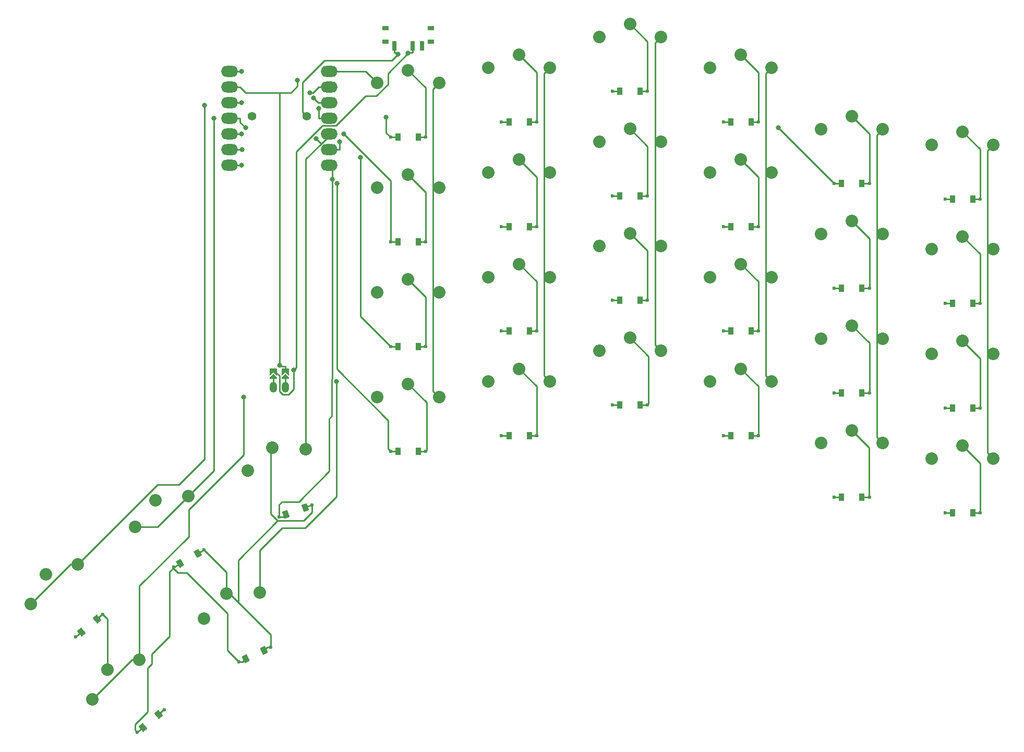
<source format=gbr>
%TF.GenerationSoftware,KiCad,Pcbnew,8.0.6*%
%TF.CreationDate,2025-01-31T15:21:25+01:00*%
%TF.ProjectId,sleepy58,736c6565-7079-4353-982e-6b696361645f,v1.0.0*%
%TF.SameCoordinates,Original*%
%TF.FileFunction,Copper,L2,Bot*%
%TF.FilePolarity,Positive*%
%FSLAX46Y46*%
G04 Gerber Fmt 4.6, Leading zero omitted, Abs format (unit mm)*
G04 Created by KiCad (PCBNEW 8.0.6) date 2025-01-31 15:21:25*
%MOMM*%
%LPD*%
G01*
G04 APERTURE LIST*
G04 Aperture macros list*
%AMRotRect*
0 Rectangle, with rotation*
0 The origin of the aperture is its center*
0 $1 length*
0 $2 width*
0 $3 Rotation angle, in degrees counterclockwise*
0 Add horizontal line*
21,1,$1,$2,0,0,$3*%
%AMFreePoly0*
4,1,6,0.600000,-1.000000,0.000000,-0.400000,-0.600000,-1.000000,-0.600000,0.250000,0.600000,0.250000,0.600000,-1.000000,0.600000,-1.000000,$1*%
%AMFreePoly1*
4,1,6,0.600000,-0.200000,0.600000,-0.400000,-0.600000,-0.400000,-0.600000,-0.200000,0.000000,0.400000,0.600000,-0.200000,0.600000,-0.200000,$1*%
G04 Aperture macros list end*
%TA.AperFunction,SMDPad,CuDef*%
%ADD10R,0.900000X1.200000*%
%TD*%
%TA.AperFunction,ComponentPad*%
%ADD11C,2.032000*%
%TD*%
%TA.AperFunction,SMDPad,CuDef*%
%ADD12RotRect,0.900000X1.200000X40.000000*%
%TD*%
%TA.AperFunction,SMDPad,CuDef*%
%ADD13RotRect,0.900000X1.200000X20.000000*%
%TD*%
%TA.AperFunction,SMDPad,CuDef*%
%ADD14RotRect,0.900000X1.200000X30.000000*%
%TD*%
%TA.AperFunction,SMDPad,CuDef*%
%ADD15FreePoly0,0.000000*%
%TD*%
%TA.AperFunction,ComponentPad*%
%ADD16O,1.200000X1.750000*%
%TD*%
%TA.AperFunction,SMDPad,CuDef*%
%ADD17FreePoly1,0.000000*%
%TD*%
%TA.AperFunction,SMDPad,CuDef*%
%ADD18O,2.750000X1.800000*%
%TD*%
%TA.AperFunction,CastellatedPad*%
%ADD19C,1.397000*%
%TD*%
%TA.AperFunction,SMDPad,CuDef*%
%ADD20RotRect,0.900000X1.200000X25.000000*%
%TD*%
%TA.AperFunction,SMDPad,CuDef*%
%ADD21R,1.000000X0.800000*%
%TD*%
%TA.AperFunction,SMDPad,CuDef*%
%ADD22R,0.700000X1.500000*%
%TD*%
%TA.AperFunction,ViaPad*%
%ADD23C,0.800000*%
%TD*%
%TA.AperFunction,ViaPad*%
%ADD24C,0.600000*%
%TD*%
%TA.AperFunction,Conductor*%
%ADD25C,0.250000*%
%TD*%
G04 APERTURE END LIST*
D10*
%TO.P,D1,1*%
%TO.N,R1*%
X98350000Y-105000000D03*
%TO.P,D1,2*%
%TO.N,outer_bottom*%
X101650000Y-105000000D03*
%TD*%
D11*
%TO.P,S12,1*%
%TO.N,C2*%
X131000000Y-37700000D03*
X141000000Y-37700000D03*
%TO.P,S12,2*%
%TO.N,ring_num*%
X136000000Y-35600000D03*
X136000000Y-35600000D03*
%TD*%
D10*
%TO.P,D21,1*%
%TO.N,R1*%
X188350000Y-115000000D03*
%TO.P,D21,2*%
%TO.N,inner_bottom*%
X191650000Y-115000000D03*
%TD*%
D12*
%TO.P,D29,1*%
%TO.N,R0*%
X56949927Y-149890800D03*
%TO.P,D29,2*%
%TO.N,default_default*%
X59477873Y-147769600D03*
%TD*%
D10*
%TO.P,D2,1*%
%TO.N,R2*%
X98350000Y-88000000D03*
%TO.P,D2,2*%
%TO.N,outer_home*%
X101650000Y-88000000D03*
%TD*%
%TO.P,D14,1*%
%TO.N,R2*%
X152350000Y-85500000D03*
%TO.P,D14,2*%
%TO.N,middle_home*%
X155650000Y-85500000D03*
%TD*%
D11*
%TO.P,S2,1*%
%TO.N,C0*%
X95000000Y-79200000D03*
X105000000Y-79200000D03*
%TO.P,S2,2*%
%TO.N,outer_home*%
X100000000Y-77100000D03*
X100000000Y-77100000D03*
%TD*%
D10*
%TO.P,D6,1*%
%TO.N,R2*%
X116350000Y-85500000D03*
%TO.P,D6,2*%
%TO.N,pinky_home*%
X119650000Y-85500000D03*
%TD*%
%TO.P,D9,1*%
%TO.N,R1*%
X134350000Y-97500000D03*
%TO.P,D9,2*%
%TO.N,ring_bottom*%
X137650000Y-97500000D03*
%TD*%
%TO.P,D8,1*%
%TO.N,R4*%
X116350000Y-51500000D03*
%TO.P,D8,2*%
%TO.N,pinky_num*%
X119650000Y-51500000D03*
%TD*%
D11*
%TO.P,S18,1*%
%TO.N,C4*%
X167000000Y-86700000D03*
X177000000Y-86700000D03*
%TO.P,S18,2*%
%TO.N,index_home*%
X172000000Y-84600000D03*
X172000000Y-84600000D03*
%TD*%
D13*
%TO.P,D25,1*%
%TO.N,R0*%
X80159607Y-115262833D03*
%TO.P,D25,2*%
%TO.N,default_default*%
X83260593Y-114134167D03*
%TD*%
D11*
%TO.P,S29,1*%
%TO.N,C0*%
X48727185Y-145302969D03*
X56387629Y-138875093D03*
%TO.P,S29,2*%
%TO.N,default_default*%
X51207553Y-140480338D03*
X51207553Y-140480338D03*
%TD*%
%TO.P,S3,1*%
%TO.N,C0*%
X95000000Y-62200000D03*
X105000000Y-62200000D03*
%TO.P,S3,2*%
%TO.N,outer_top*%
X100000000Y-60100000D03*
X100000000Y-60100000D03*
%TD*%
%TO.P,S16,1*%
%TO.N,C3*%
X149000000Y-42700000D03*
X159000000Y-42700000D03*
%TO.P,S16,2*%
%TO.N,middle_num*%
X154000000Y-40600000D03*
X154000000Y-40600000D03*
%TD*%
%TO.P,S11,1*%
%TO.N,C2*%
X131000000Y-54700000D03*
X141000000Y-54700000D03*
%TO.P,S11,2*%
%TO.N,ring_top*%
X136000000Y-52600000D03*
X136000000Y-52600000D03*
%TD*%
D14*
%TO.P,D26,1*%
%TO.N,R0*%
X62971058Y-123255100D03*
%TO.P,D26,2*%
%TO.N,default_default*%
X65828942Y-121605100D03*
%TD*%
D10*
%TO.P,D5,1*%
%TO.N,R1*%
X116350000Y-102500000D03*
%TO.P,D5,2*%
%TO.N,pinky_bottom*%
X119650000Y-102500000D03*
%TD*%
%TO.P,D12,1*%
%TO.N,R4*%
X134350000Y-46500000D03*
%TO.P,D12,2*%
%TO.N,ring_num*%
X137650000Y-46500000D03*
%TD*%
D11*
%TO.P,S5,1*%
%TO.N,C1*%
X113000000Y-93700000D03*
X123000000Y-93700000D03*
%TO.P,S5,2*%
%TO.N,pinky_bottom*%
X118000000Y-91600000D03*
X118000000Y-91600000D03*
%TD*%
%TO.P,S27,1*%
%TO.N,C2*%
X38727185Y-129802969D03*
X46387629Y-123375093D03*
%TO.P,S27,2*%
%TO.N,default_default*%
X41207553Y-124980338D03*
X41207553Y-124980338D03*
%TD*%
%TO.P,S21,1*%
%TO.N,C5*%
X185000000Y-106200000D03*
X195000000Y-106200000D03*
%TO.P,S21,2*%
%TO.N,inner_bottom*%
X190000000Y-104100000D03*
X190000000Y-104100000D03*
%TD*%
%TO.P,S13,1*%
%TO.N,C3*%
X149000000Y-93700000D03*
X159000000Y-93700000D03*
%TO.P,S13,2*%
%TO.N,middle_bottom*%
X154000000Y-91600000D03*
X154000000Y-91600000D03*
%TD*%
D10*
%TO.P,D23,1*%
%TO.N,R3*%
X188350000Y-81000000D03*
%TO.P,D23,2*%
%TO.N,inner_top*%
X191650000Y-81000000D03*
%TD*%
%TO.P,D4,1*%
%TO.N,R4*%
X98350000Y-54000000D03*
%TO.P,D4,2*%
%TO.N,outer_num*%
X101650000Y-54000000D03*
%TD*%
D11*
%TO.P,S19,1*%
%TO.N,C4*%
X167000000Y-69700000D03*
X177000000Y-69700000D03*
%TO.P,S19,2*%
%TO.N,index_top*%
X172000000Y-67600000D03*
X172000000Y-67600000D03*
%TD*%
D12*
%TO.P,D27,1*%
%TO.N,R0*%
X46949927Y-134390800D03*
%TO.P,D27,2*%
%TO.N,default_default*%
X49477873Y-132269600D03*
%TD*%
D10*
%TO.P,D15,1*%
%TO.N,R3*%
X152350000Y-68500000D03*
%TO.P,D15,2*%
%TO.N,middle_top*%
X155650000Y-68500000D03*
%TD*%
D11*
%TO.P,S14,1*%
%TO.N,C3*%
X149000000Y-76700000D03*
X159000000Y-76700000D03*
%TO.P,S14,2*%
%TO.N,middle_home*%
X154000000Y-74600000D03*
X154000000Y-74600000D03*
%TD*%
%TO.P,S15,1*%
%TO.N,C3*%
X149000000Y-59700000D03*
X159000000Y-59700000D03*
%TO.P,S15,2*%
%TO.N,middle_top*%
X154000000Y-57600000D03*
X154000000Y-57600000D03*
%TD*%
D10*
%TO.P,D17,1*%
%TO.N,R1*%
X170350000Y-112500000D03*
%TO.P,D17,2*%
%TO.N,index_bottom*%
X173650000Y-112500000D03*
%TD*%
D15*
%TO.P,JST1,1*%
%TO.N,BBAT+*%
X78100000Y-91784000D03*
%TO.P,JST1,2*%
%TO.N,GND*%
X80100000Y-91784000D03*
D16*
%TO.P,JST1,11*%
%TO.N,JST1_1*%
X80100000Y-94600000D03*
%TO.P,JST1,12*%
%TO.N,JST1_2*%
X78100000Y-94600000D03*
D17*
%TO.P,JST1,31*%
%TO.N,JST1_1*%
X80100000Y-92800000D03*
%TO.P,JST1,32*%
%TO.N,JST1_2*%
X78100000Y-92800000D03*
%TD*%
D11*
%TO.P,S20,1*%
%TO.N,C4*%
X167000000Y-52700000D03*
X177000000Y-52700000D03*
%TO.P,S20,2*%
%TO.N,index_num*%
X172000000Y-50600000D03*
X172000000Y-50600000D03*
%TD*%
D10*
%TO.P,D22,1*%
%TO.N,R2*%
X188350000Y-98000000D03*
%TO.P,D22,2*%
%TO.N,inner_home*%
X191650000Y-98000000D03*
%TD*%
D11*
%TO.P,S28,1*%
%TO.N,C1*%
X66862512Y-132169122D03*
X75925590Y-127942939D03*
%TO.P,S28,2*%
%TO.N,default_default*%
X70506552Y-128152784D03*
X70506552Y-128152784D03*
%TD*%
%TO.P,S24,1*%
%TO.N,C5*%
X185000000Y-55200000D03*
X195000000Y-55200000D03*
%TO.P,S24,2*%
%TO.N,inner_num*%
X190000000Y-53100000D03*
X190000000Y-53100000D03*
%TD*%
D10*
%TO.P,D7,1*%
%TO.N,R3*%
X116350000Y-68500000D03*
%TO.P,D7,2*%
%TO.N,pinky_top*%
X119650000Y-68500000D03*
%TD*%
%TO.P,D20,1*%
%TO.N,R4*%
X170350000Y-61500000D03*
%TO.P,D20,2*%
%TO.N,index_num*%
X173650000Y-61500000D03*
%TD*%
D11*
%TO.P,S6,1*%
%TO.N,C1*%
X113000000Y-76700000D03*
X123000000Y-76700000D03*
%TO.P,S6,2*%
%TO.N,pinky_home*%
X118000000Y-74600000D03*
X118000000Y-74600000D03*
%TD*%
%TO.P,S9,1*%
%TO.N,C2*%
X131000000Y-88700000D03*
X141000000Y-88700000D03*
%TO.P,S9,2*%
%TO.N,ring_bottom*%
X136000000Y-86600000D03*
X136000000Y-86600000D03*
%TD*%
D10*
%TO.P,D10,1*%
%TO.N,R2*%
X134350000Y-80500000D03*
%TO.P,D10,2*%
%TO.N,ring_home*%
X137650000Y-80500000D03*
%TD*%
D11*
%TO.P,S25,1*%
%TO.N,C4*%
X74001860Y-108139269D03*
X83398787Y-104719067D03*
%TO.P,S25,2*%
%TO.N,default_default*%
X77982081Y-104455814D03*
X77982081Y-104455814D03*
%TD*%
%TO.P,S23,1*%
%TO.N,C5*%
X185000000Y-72200000D03*
X195000000Y-72200000D03*
%TO.P,S23,2*%
%TO.N,inner_top*%
X190000000Y-70100000D03*
X190000000Y-70100000D03*
%TD*%
D10*
%TO.P,D3,1*%
%TO.N,R3*%
X98350000Y-71000000D03*
%TO.P,D3,2*%
%TO.N,outer_top*%
X101650000Y-71000000D03*
%TD*%
D18*
%TO.P,MCU1,1*%
%TO.N,C0*%
X87194960Y-43280000D03*
%TO.P,MCU1,2*%
%TO.N,C1*%
X87194960Y-45820000D03*
%TO.P,MCU1,3*%
%TO.N,C2*%
X87194960Y-48360000D03*
%TO.P,MCU1,4*%
%TO.N,C3*%
X87194960Y-50900000D03*
%TO.P,MCU1,5*%
%TO.N,C4*%
X87194960Y-53440000D03*
%TO.P,MCU1,6*%
%TO.N,C5*%
X87194960Y-55980000D03*
%TO.P,MCU1,7*%
%TO.N,R0*%
X87194960Y-58520000D03*
%TO.P,MCU1,8*%
%TO.N,R1*%
X71005040Y-58520000D03*
%TO.P,MCU1,9*%
%TO.N,R2*%
X71005040Y-55980000D03*
%TO.P,MCU1,10*%
%TO.N,R3*%
X71005040Y-53440000D03*
%TO.P,MCU1,11*%
%TO.N,R4*%
X71005040Y-50900000D03*
%TO.P,MCU1,12*%
%TO.N,3V3*%
X71005040Y-48360000D03*
%TO.P,MCU1,13*%
%TO.N,GND*%
X71005040Y-45820000D03*
%TO.P,MCU1,14*%
%TO.N,5V*%
X71005040Y-43280000D03*
D19*
%TO.P,MCU1,19*%
%TO.N,XBAT+*%
X74655000Y-50583000D03*
X83545000Y-50583000D03*
%TD*%
D10*
%TO.P,D11,1*%
%TO.N,R3*%
X134350000Y-63500000D03*
%TO.P,D11,2*%
%TO.N,ring_top*%
X137650000Y-63500000D03*
%TD*%
D11*
%TO.P,S4,1*%
%TO.N,C0*%
X95000000Y-45200000D03*
X105000000Y-45200000D03*
%TO.P,S4,2*%
%TO.N,outer_num*%
X100000000Y-43100000D03*
X100000000Y-43100000D03*
%TD*%
%TO.P,S8,1*%
%TO.N,C1*%
X113000000Y-42700000D03*
X123000000Y-42700000D03*
%TO.P,S8,2*%
%TO.N,pinky_num*%
X118000000Y-40600000D03*
X118000000Y-40600000D03*
%TD*%
%TO.P,S1,1*%
%TO.N,C0*%
X95000000Y-96200000D03*
X105000000Y-96200000D03*
%TO.P,S1,2*%
%TO.N,outer_bottom*%
X100000000Y-94100000D03*
X100000000Y-94100000D03*
%TD*%
D10*
%TO.P,D16,1*%
%TO.N,R4*%
X152350000Y-51500000D03*
%TO.P,D16,2*%
%TO.N,middle_num*%
X155650000Y-51500000D03*
%TD*%
D11*
%TO.P,S7,1*%
%TO.N,C1*%
X113000000Y-59700000D03*
X123000000Y-59700000D03*
%TO.P,S7,2*%
%TO.N,pinky_top*%
X118000000Y-57600000D03*
X118000000Y-57600000D03*
%TD*%
D20*
%TO.P,D28,1*%
%TO.N,R0*%
X73617692Y-138728820D03*
%TO.P,D28,2*%
%TO.N,default_default*%
X76608508Y-137334180D03*
%TD*%
D11*
%TO.P,S17,1*%
%TO.N,C4*%
X167000000Y-103700000D03*
X177000000Y-103700000D03*
%TO.P,S17,2*%
%TO.N,index_bottom*%
X172000000Y-101600000D03*
X172000000Y-101600000D03*
%TD*%
D21*
%TO.P,PWR1,*%
%TO.N,*%
X96350000Y-38495000D03*
X103650000Y-38495000D03*
X96350000Y-36285000D03*
X103650000Y-36285000D03*
D22*
%TO.P,PWR1,1*%
%TO.N,XBAT+*%
X97750000Y-39145000D03*
%TO.P,PWR1,2*%
%TO.N,BBAT+*%
X100750000Y-39145000D03*
%TO.P,PWR1,3*%
%TO.N,N/C*%
X102250000Y-39145000D03*
%TD*%
D10*
%TO.P,D13,1*%
%TO.N,R1*%
X152350000Y-102500000D03*
%TO.P,D13,2*%
%TO.N,middle_bottom*%
X155650000Y-102500000D03*
%TD*%
D11*
%TO.P,S26,1*%
%TO.N,C3*%
X55669873Y-117309103D03*
X64330127Y-112309103D03*
%TO.P,S26,2*%
%TO.N,default_default*%
X58950000Y-112990450D03*
X58950000Y-112990450D03*
%TD*%
D10*
%TO.P,D19,1*%
%TO.N,R3*%
X170350000Y-78500000D03*
%TO.P,D19,2*%
%TO.N,index_top*%
X173650000Y-78500000D03*
%TD*%
D11*
%TO.P,S10,1*%
%TO.N,C2*%
X131000000Y-71700000D03*
X141000000Y-71700000D03*
%TO.P,S10,2*%
%TO.N,ring_home*%
X136000000Y-69600000D03*
X136000000Y-69600000D03*
%TD*%
D10*
%TO.P,D18,1*%
%TO.N,R2*%
X170350000Y-95500000D03*
%TO.P,D18,2*%
%TO.N,index_home*%
X173650000Y-95500000D03*
%TD*%
D11*
%TO.P,S22,1*%
%TO.N,C5*%
X185000000Y-89200000D03*
X195000000Y-89200000D03*
%TO.P,S22,2*%
%TO.N,inner_home*%
X190000000Y-87100000D03*
X190000000Y-87100000D03*
%TD*%
D10*
%TO.P,D24,1*%
%TO.N,R4*%
X188350000Y-64000000D03*
%TO.P,D24,2*%
%TO.N,inner_num*%
X191650000Y-64000000D03*
%TD*%
D23*
%TO.N,C0*%
X73289400Y-96200000D03*
D24*
%TO.N,outer_bottom*%
X102850000Y-105000000D03*
%TO.N,outer_home*%
X102850000Y-88000000D03*
%TO.N,outer_top*%
X102850000Y-71000000D03*
%TO.N,outer_num*%
X102850000Y-54000000D03*
D23*
%TO.N,C1*%
X84067600Y-46739600D03*
X88342200Y-93648300D03*
D24*
%TO.N,pinky_bottom*%
X120850000Y-102500000D03*
%TO.N,pinky_home*%
X120850000Y-85500000D03*
%TO.N,pinky_top*%
X120850000Y-68500000D03*
%TO.N,pinky_num*%
X120850000Y-51500000D03*
D23*
%TO.N,C2*%
X84622300Y-47604000D03*
X66912000Y-48824000D03*
D24*
%TO.N,ring_bottom*%
X138850000Y-97500000D03*
%TO.N,ring_home*%
X138850000Y-80500000D03*
%TO.N,ring_top*%
X138850000Y-63500000D03*
%TO.N,ring_num*%
X138850000Y-46500000D03*
D23*
%TO.N,C3*%
X68445800Y-50900000D03*
X85493300Y-49284200D03*
D24*
%TO.N,middle_bottom*%
X156850000Y-102500000D03*
%TO.N,middle_home*%
X156850000Y-85500000D03*
%TO.N,middle_top*%
X156850000Y-68500000D03*
%TO.N,middle_num*%
X156850000Y-51500000D03*
D23*
%TO.N,C4*%
X85028300Y-54202600D03*
D24*
%TO.N,index_bottom*%
X174850000Y-112500000D03*
%TO.N,index_home*%
X174850000Y-95500000D03*
%TO.N,index_top*%
X174850000Y-78500000D03*
%TO.N,index_num*%
X174850000Y-61500000D03*
D23*
%TO.N,C5*%
X88896700Y-54710100D03*
D24*
%TO.N,inner_bottom*%
X192850000Y-115000000D03*
%TO.N,inner_home*%
X192850000Y-98000000D03*
%TO.N,inner_top*%
X192850000Y-81000000D03*
%TO.N,inner_num*%
X192850000Y-64000000D03*
%TO.N,default_default*%
X50397200Y-131498000D03*
X84388200Y-113724000D03*
X66868200Y-121005000D03*
X60397200Y-146998000D03*
X77696100Y-136827000D03*
D23*
%TO.N,R1*%
X72995600Y-58520000D03*
D24*
X133150000Y-97500000D03*
X169150000Y-112500000D03*
X151150000Y-102500000D03*
X115150000Y-102500000D03*
D23*
X88421600Y-61541600D03*
D24*
X187150000Y-115000000D03*
X97150000Y-105000000D03*
D23*
%TO.N,R2*%
X92278800Y-57238000D03*
D24*
X151150000Y-85500000D03*
X169150000Y-95500000D03*
X97150000Y-88000000D03*
X187150000Y-98000000D03*
D23*
X73002000Y-55980000D03*
D24*
X115150000Y-85500000D03*
X133150000Y-80500000D03*
%TO.N,R3*%
X115150000Y-68500000D03*
X187150000Y-81000000D03*
D23*
X89508500Y-53440000D03*
D24*
X169150000Y-78500000D03*
X97150000Y-71000000D03*
D23*
X72995200Y-53440000D03*
D24*
X133150000Y-63500000D03*
X151150000Y-68500000D03*
%TO.N,R4*%
X169150000Y-61500000D03*
X97150000Y-54000000D03*
D23*
X73612000Y-52476700D03*
D24*
X133150000Y-46500000D03*
D23*
X96425700Y-50790000D03*
D24*
X115150000Y-51500000D03*
X187150000Y-64000000D03*
D23*
X160076700Y-52426700D03*
D24*
X151150000Y-51500000D03*
%TO.N,R0*%
X56030700Y-150662000D03*
X72530100Y-139236000D03*
X46030700Y-135162000D03*
D23*
X87670000Y-60841200D03*
D24*
X79032000Y-115673000D03*
X61931800Y-123855000D03*
D23*
%TO.N,3V3*%
X72986100Y-48360000D03*
%TO.N,GND*%
X82018000Y-44751000D03*
X79105700Y-91068100D03*
%TO.N,5V*%
X72987400Y-43280000D03*
%TO.N,XBAT+*%
X98371200Y-40474800D03*
%TO.N,BBAT+*%
X99988700Y-40366500D03*
X81440000Y-91784000D03*
%TD*%
D25*
%TO.N,C0*%
X56387600Y-138875100D02*
X56387600Y-126897100D01*
X48727200Y-145303000D02*
X55155100Y-138875100D01*
X104053300Y-46146700D02*
X104053300Y-62200000D01*
X104053300Y-95253300D02*
X105000000Y-96200000D01*
X56387600Y-126897100D02*
X64392200Y-118892500D01*
X105000000Y-45200000D02*
X104053300Y-46146700D01*
X104053300Y-79200000D02*
X105000000Y-79200000D01*
X87670000Y-43280000D02*
X93080000Y-43280000D01*
X64392200Y-114495100D02*
X73289400Y-105597900D01*
X104053300Y-62200000D02*
X105000000Y-62200000D01*
X104053300Y-62200000D02*
X104053300Y-79200000D01*
X104053300Y-79200000D02*
X104053300Y-95253300D01*
X55155100Y-138875100D02*
X56387600Y-138875100D01*
X93080000Y-43280000D02*
X95000000Y-45200000D01*
X64392200Y-118892500D02*
X64392200Y-114495100D01*
X73289400Y-105597900D02*
X73289400Y-96200000D01*
%TO.N,outer_bottom*%
X102457300Y-105000000D02*
X101650000Y-105000000D01*
X102970000Y-104880000D02*
X102970000Y-97070000D01*
X102850000Y-105000000D02*
X102970000Y-104880000D01*
X102850000Y-105000000D02*
X102457300Y-105000000D01*
X102970000Y-97070000D02*
X100000000Y-94100000D01*
%TO.N,outer_home*%
X102457300Y-88000000D02*
X101650000Y-88000000D01*
X102850000Y-88000000D02*
X102850000Y-79950000D01*
X102850000Y-88000000D02*
X102457300Y-88000000D01*
X102850000Y-79950000D02*
X100000000Y-77100000D01*
%TO.N,outer_top*%
X102457300Y-71000000D02*
X101650000Y-71000000D01*
X102850000Y-71000000D02*
X102850000Y-62950000D01*
X102850000Y-62950000D02*
X100000000Y-60100000D01*
X102850000Y-71000000D02*
X102457300Y-71000000D01*
%TO.N,outer_num*%
X102850000Y-54000000D02*
X102457300Y-54000000D01*
X102457300Y-54000000D02*
X101650000Y-54000000D01*
X102850000Y-45950000D02*
X100000000Y-43100000D01*
X102850000Y-54000000D02*
X102850000Y-45950000D01*
%TO.N,C1*%
X84573700Y-46739600D02*
X84067600Y-46739600D01*
X122053300Y-76700000D02*
X123000000Y-76700000D01*
X85493300Y-45820000D02*
X84573700Y-46739600D01*
X88342200Y-112397800D02*
X83300000Y-117440000D01*
X123000000Y-42700000D02*
X122053300Y-43646700D01*
X87670000Y-45820000D02*
X85493300Y-45820000D01*
X75925600Y-121064400D02*
X75925600Y-127942900D01*
X122053300Y-43646700D02*
X122053300Y-59700000D01*
X79550000Y-117440000D02*
X75925600Y-121064400D01*
X83300000Y-117440000D02*
X79550000Y-117440000D01*
X122053300Y-92753300D02*
X123000000Y-93700000D01*
X122053300Y-59700000D02*
X122053300Y-76700000D01*
X88342200Y-93648300D02*
X88342200Y-112397800D01*
X122053300Y-59700000D02*
X123000000Y-59700000D01*
X122053300Y-76700000D02*
X122053300Y-92753300D01*
%TO.N,pinky_bottom*%
X120850000Y-94450000D02*
X118000000Y-91600000D01*
X120850000Y-102500000D02*
X120850000Y-94450000D01*
X120457300Y-102500000D02*
X119650000Y-102500000D01*
X120850000Y-102500000D02*
X120457300Y-102500000D01*
%TO.N,pinky_home*%
X120850000Y-77450000D02*
X118000000Y-74600000D01*
X120850000Y-85500000D02*
X120457300Y-85500000D01*
X120457300Y-85500000D02*
X119650000Y-85500000D01*
X120850000Y-85500000D02*
X120850000Y-77450000D01*
%TO.N,pinky_top*%
X120850000Y-68500000D02*
X120457300Y-68500000D01*
X120850000Y-68500000D02*
X120850000Y-60450000D01*
X120850000Y-60450000D02*
X118000000Y-57600000D01*
X120457300Y-68500000D02*
X119650000Y-68500000D01*
%TO.N,pinky_num*%
X120850000Y-51500000D02*
X120457300Y-51500000D01*
X120850000Y-51500000D02*
X120850000Y-43450000D01*
X120457300Y-51500000D02*
X119650000Y-51500000D01*
X120850000Y-43450000D02*
X118000000Y-40600000D01*
%TO.N,C2*%
X66912000Y-106308000D02*
X62788200Y-110431800D01*
X59330900Y-110431800D02*
X46387600Y-123375100D01*
X46387600Y-123375100D02*
X45155100Y-123375100D01*
X140053300Y-38646700D02*
X140053300Y-54700000D01*
X140053300Y-71700000D02*
X141000000Y-71700000D01*
X85378300Y-48360000D02*
X84622300Y-47604000D01*
X140053300Y-71700000D02*
X140053300Y-87753300D01*
X87670000Y-48360000D02*
X85378300Y-48360000D01*
X141000000Y-37700000D02*
X140053300Y-38646700D01*
X45155100Y-123375100D02*
X38727200Y-129803000D01*
X140053300Y-87753300D02*
X141000000Y-88700000D01*
X140053300Y-54700000D02*
X141000000Y-54700000D01*
X62788200Y-110431800D02*
X59330900Y-110431800D01*
X66912000Y-48824000D02*
X66912000Y-106308000D01*
X140053300Y-54700000D02*
X140053300Y-71700000D01*
%TO.N,ring_bottom*%
X138457300Y-97500000D02*
X137650000Y-97500000D01*
X139020000Y-89620000D02*
X136000000Y-86600000D01*
X138850000Y-97500000D02*
X139020000Y-97330000D01*
X139020000Y-97330000D02*
X139020000Y-89620000D01*
X138850000Y-97500000D02*
X138457300Y-97500000D01*
%TO.N,ring_home*%
X138457300Y-80500000D02*
X137650000Y-80500000D01*
X138850000Y-80500000D02*
X138457300Y-80500000D01*
X138850000Y-72450000D02*
X136000000Y-69600000D01*
X138850000Y-80500000D02*
X138850000Y-72450000D01*
%TO.N,ring_top*%
X138457300Y-63500000D02*
X137650000Y-63500000D01*
X138850000Y-55450000D02*
X136000000Y-52600000D01*
X138850000Y-63500000D02*
X138457300Y-63500000D01*
X138850000Y-63500000D02*
X138850000Y-55450000D01*
%TO.N,ring_num*%
X138457300Y-46500000D02*
X137650000Y-46500000D01*
X138850000Y-46500000D02*
X138850000Y-38450000D01*
X138850000Y-46500000D02*
X138457300Y-46500000D01*
X138850000Y-38450000D02*
X136000000Y-35600000D01*
%TO.N,C3*%
X159000000Y-42700000D02*
X158053300Y-43646700D01*
X85493300Y-50900000D02*
X85493300Y-49284200D01*
X87670000Y-50900000D02*
X85493300Y-50900000D01*
X59330100Y-117309100D02*
X64330100Y-112309100D01*
X158053300Y-59700000D02*
X159000000Y-59700000D01*
X158053300Y-92753300D02*
X159000000Y-93700000D01*
X158053300Y-76700000D02*
X159000000Y-76700000D01*
X64330100Y-112309100D02*
X68445800Y-108193400D01*
X55669900Y-117309100D02*
X59330100Y-117309100D01*
X158053300Y-59700000D02*
X158053300Y-76700000D01*
X158053300Y-43646700D02*
X158053300Y-59700000D01*
X158053300Y-76700000D02*
X158053300Y-92753300D01*
X68445800Y-108193400D02*
X68445800Y-50900000D01*
%TO.N,middle_bottom*%
X156457300Y-102500000D02*
X155650000Y-102500000D01*
X156850000Y-94450000D02*
X154000000Y-91600000D01*
X156850000Y-102500000D02*
X156850000Y-94450000D01*
X156850000Y-102500000D02*
X156457300Y-102500000D01*
%TO.N,middle_home*%
X156850000Y-77450000D02*
X154000000Y-74600000D01*
X156850000Y-85500000D02*
X156457300Y-85500000D01*
X156850000Y-85500000D02*
X156850000Y-77450000D01*
X156457300Y-85500000D02*
X155650000Y-85500000D01*
%TO.N,middle_top*%
X156850000Y-68500000D02*
X156850000Y-60450000D01*
X156850000Y-68500000D02*
X156457300Y-68500000D01*
X156457300Y-68500000D02*
X155650000Y-68500000D01*
X156850000Y-60450000D02*
X154000000Y-57600000D01*
%TO.N,middle_num*%
X156850000Y-51500000D02*
X156457300Y-51500000D01*
X156850000Y-43450000D02*
X154000000Y-40600000D01*
X156457300Y-51500000D02*
X155650000Y-51500000D01*
X156850000Y-51500000D02*
X156850000Y-43450000D01*
%TO.N,C4*%
X87670000Y-53440000D02*
X87502700Y-53440000D01*
X85028300Y-54202600D02*
X85884200Y-55058500D01*
X176058300Y-102758300D02*
X177000000Y-103700000D01*
X177000000Y-52700000D02*
X176058300Y-53641700D01*
X83398800Y-57543900D02*
X83398800Y-104719100D01*
X176058300Y-69700000D02*
X176058300Y-86700000D01*
X85884200Y-55058500D02*
X83398800Y-57543900D01*
X176058300Y-86700000D02*
X176058300Y-102758300D01*
X87502700Y-53440000D02*
X85884200Y-55058500D01*
X176058300Y-53641700D02*
X176058300Y-69700000D01*
X176058300Y-69700000D02*
X177000000Y-69700000D01*
X176058300Y-86700000D02*
X177000000Y-86700000D01*
%TO.N,index_bottom*%
X174850000Y-112500000D02*
X174457300Y-112500000D01*
X174850000Y-112500000D02*
X174790000Y-112440000D01*
X174790000Y-112440000D02*
X174790000Y-104390000D01*
X174790000Y-104390000D02*
X172000000Y-101600000D01*
X174457300Y-112500000D02*
X173650000Y-112500000D01*
%TO.N,index_home*%
X174850000Y-95500000D02*
X174457300Y-95500000D01*
X174457300Y-95500000D02*
X173650000Y-95500000D01*
X174850000Y-87450000D02*
X172000000Y-84600000D01*
X174850000Y-95500000D02*
X174850000Y-87450000D01*
%TO.N,index_top*%
X174850000Y-78500000D02*
X174850000Y-70450000D01*
X174850000Y-78500000D02*
X174457300Y-78500000D01*
X174850000Y-70450000D02*
X172000000Y-67600000D01*
X174457300Y-78500000D02*
X173650000Y-78500000D01*
%TO.N,index_num*%
X174850000Y-61500000D02*
X174457300Y-61500000D01*
X174850000Y-61500000D02*
X174850000Y-53450000D01*
X174457300Y-61500000D02*
X173650000Y-61500000D01*
X174850000Y-53450000D02*
X172000000Y-50600000D01*
%TO.N,C5*%
X194053300Y-105253300D02*
X195000000Y-106200000D01*
X194053300Y-56146700D02*
X194053300Y-72200000D01*
X88896700Y-55980000D02*
X88896700Y-54710100D01*
X195000000Y-55200000D02*
X194053300Y-56146700D01*
X194053300Y-72200000D02*
X195000000Y-72200000D01*
X194053300Y-89200000D02*
X195000000Y-89200000D01*
X194053300Y-89200000D02*
X194053300Y-105253300D01*
X87670000Y-55980000D02*
X88896700Y-55980000D01*
X194053300Y-72200000D02*
X194053300Y-89200000D01*
%TO.N,inner_bottom*%
X192457300Y-115000000D02*
X191650000Y-115000000D01*
X192850000Y-115000000D02*
X192850000Y-106950000D01*
X192850000Y-106950000D02*
X190000000Y-104100000D01*
X192850000Y-115000000D02*
X192457300Y-115000000D01*
%TO.N,inner_home*%
X192850000Y-98000000D02*
X192457300Y-98000000D01*
X192840000Y-89940000D02*
X190000000Y-87100000D01*
X192457300Y-98000000D02*
X191650000Y-98000000D01*
X192840000Y-97990000D02*
X192840000Y-89940000D01*
X192850000Y-98000000D02*
X192840000Y-97990000D01*
%TO.N,inner_top*%
X192850000Y-81000000D02*
X192850000Y-72950000D01*
X192850000Y-81000000D02*
X192457300Y-81000000D01*
X192850000Y-72950000D02*
X190000000Y-70100000D01*
X192457300Y-81000000D02*
X191650000Y-81000000D01*
%TO.N,inner_num*%
X192850000Y-64000000D02*
X192850000Y-55950000D01*
X192850000Y-55950000D02*
X190000000Y-53100000D01*
X192850000Y-64000000D02*
X192457300Y-64000000D01*
X192457300Y-64000000D02*
X191650000Y-64000000D01*
%TO.N,default_default*%
X83824400Y-113929000D02*
X83260600Y-114134000D01*
X83465800Y-113929000D02*
X83260600Y-114134200D01*
X70506600Y-128152800D02*
X70506600Y-124643400D01*
X72417900Y-129554000D02*
X72417900Y-122675700D01*
X78783100Y-116310500D02*
X77663100Y-115190500D01*
X71016700Y-128152800D02*
X70506600Y-128152800D01*
X51207600Y-132308400D02*
X51207600Y-140480300D01*
X50249473Y-131498000D02*
X49477873Y-132269600D01*
X60249473Y-146998000D02*
X59477873Y-147769600D01*
X70506600Y-124643400D02*
X66868200Y-121005000D01*
X83009500Y-116310500D02*
X78783100Y-116310500D01*
X77663100Y-115190500D02*
X77663100Y-104774800D01*
X77696100Y-134832200D02*
X72417900Y-129554000D01*
X77115688Y-136827000D02*
X76608508Y-137334180D01*
X84388200Y-113724000D02*
X84388200Y-114931800D01*
X84388200Y-113724000D02*
X83824400Y-113929000D01*
X77663100Y-104774800D02*
X77982100Y-104455800D01*
X83824400Y-113929000D02*
X83465800Y-113929000D01*
X66868200Y-121005000D02*
X65828900Y-121605000D01*
X60397200Y-146998000D02*
X60249473Y-146998000D01*
X77696100Y-136827000D02*
X77115688Y-136827000D01*
X50397200Y-131498000D02*
X50249473Y-131498000D01*
X50397200Y-131498000D02*
X51207600Y-132308400D01*
X77696100Y-136827000D02*
X77696100Y-134832200D01*
X65828900Y-121605100D02*
X65828900Y-121605000D01*
X72417900Y-122675700D02*
X78783100Y-116310500D01*
X72417900Y-129554000D02*
X71016700Y-128152800D01*
X84388200Y-114931800D02*
X83009500Y-116310500D01*
%TO.N,R1*%
X97868600Y-105000000D02*
X98350000Y-105000000D01*
X133150000Y-97500000D02*
X134350000Y-97500000D01*
X96759800Y-104609800D02*
X97150000Y-105000000D01*
X151150000Y-102500000D02*
X152350000Y-102500000D01*
X70530000Y-58520000D02*
X72995600Y-58520000D01*
X96759800Y-99997900D02*
X96759800Y-104609800D01*
X115150000Y-102500000D02*
X116350000Y-102500000D01*
X169150000Y-112500000D02*
X170350000Y-112500000D01*
X97150000Y-105000000D02*
X97868600Y-105000000D01*
X187150000Y-115000000D02*
X188350000Y-115000000D01*
X88421600Y-91659700D02*
X96759800Y-99997900D01*
X88421600Y-61541600D02*
X88421600Y-91659700D01*
%TO.N,R2*%
X97150000Y-88000000D02*
X92278800Y-83128800D01*
X97150000Y-88000000D02*
X98350000Y-88000000D01*
X169150000Y-95500000D02*
X170350000Y-95500000D01*
X92278800Y-83128800D02*
X92278800Y-57238000D01*
X151150000Y-85500000D02*
X152350000Y-85500000D01*
X115150000Y-85500000D02*
X116350000Y-85500000D01*
X133150000Y-80500000D02*
X134350000Y-80500000D01*
X70530000Y-55980000D02*
X73002000Y-55980000D01*
X187150000Y-98000000D02*
X188350000Y-98000000D01*
%TO.N,R3*%
X133150000Y-63500000D02*
X134350000Y-63500000D01*
X169150000Y-78500000D02*
X170350000Y-78500000D01*
X97150000Y-61081500D02*
X89508500Y-53440000D01*
X187150000Y-81000000D02*
X188350000Y-81000000D01*
X151150000Y-68500000D02*
X152350000Y-68500000D01*
X97150000Y-71000000D02*
X97150000Y-61081500D01*
X70530000Y-53440000D02*
X72995200Y-53440000D01*
X115150000Y-68500000D02*
X116350000Y-68500000D01*
X97150000Y-71000000D02*
X97475900Y-71000000D01*
X97475900Y-71000000D02*
X98350000Y-71000000D01*
%TO.N,R4*%
X133150000Y-46500000D02*
X134350000Y-46500000D01*
X97150000Y-54000000D02*
X98350000Y-54000000D01*
X70530000Y-50900000D02*
X72706700Y-50900000D01*
X97150000Y-54000000D02*
X96425700Y-53275700D01*
X115150000Y-51500000D02*
X116350000Y-51500000D01*
X187150000Y-64000000D02*
X188350000Y-64000000D01*
X169150000Y-61500000D02*
X160076700Y-52426700D01*
X151150000Y-51500000D02*
X152350000Y-51500000D01*
X72706700Y-50900000D02*
X72706700Y-51571400D01*
X72706700Y-51571400D02*
X73612000Y-52476700D01*
X96425700Y-53275700D02*
X96425700Y-50790000D01*
X169150000Y-61500000D02*
X170350000Y-61500000D01*
%TO.N,R0*%
X62620000Y-124730000D02*
X64030600Y-124730000D01*
X58420000Y-137958700D02*
X58420000Y-139583400D01*
X62971100Y-123255000D02*
X62971100Y-123791100D01*
X70680600Y-131380000D02*
X70680600Y-137386500D01*
X61285700Y-124610900D02*
X61285700Y-127226000D01*
X61285700Y-127226000D02*
X61284200Y-127227500D01*
X55710000Y-149409800D02*
X55710000Y-150341300D01*
X87670000Y-93292900D02*
X87615500Y-93347400D01*
X56950000Y-149890800D02*
X56950000Y-149891000D01*
X79520000Y-113190000D02*
X79032000Y-113678000D01*
X61931800Y-124041800D02*
X61931800Y-123855000D01*
X46030700Y-135162000D02*
X46950000Y-134391000D01*
X87670000Y-60841200D02*
X87670000Y-93292900D01*
X87218300Y-108204100D02*
X82232400Y-113190000D01*
X87670000Y-58520000D02*
X87670000Y-60841200D01*
X62191600Y-123705000D02*
X62971100Y-123255000D01*
X70680600Y-137386500D02*
X72530100Y-139236000D01*
X58420000Y-139583400D02*
X57724900Y-140278500D01*
X79032000Y-113678000D02*
X79032000Y-115673000D01*
X82232400Y-113190000D02*
X79520000Y-113190000D01*
X56030700Y-150662000D02*
X56950000Y-149891000D01*
X61284200Y-127227500D02*
X61284200Y-135094500D01*
X62191600Y-123705000D02*
X61285700Y-124610900D01*
X79762440Y-115660000D02*
X79045000Y-115660000D01*
X64030600Y-124730000D02*
X70680600Y-131380000D01*
X87615500Y-99308000D02*
X87218300Y-99705200D01*
X61284200Y-135094500D02*
X58420000Y-137958700D01*
X72534100Y-139240000D02*
X72530100Y-139236000D01*
X57724900Y-140278500D02*
X57724900Y-147394900D01*
X73106512Y-139240000D02*
X72534100Y-139240000D01*
X56949900Y-149890800D02*
X56950000Y-149890800D01*
X46950000Y-134390900D02*
X46950000Y-134391000D01*
X87218300Y-99705200D02*
X87218300Y-108204100D01*
X73617692Y-138728820D02*
X73106512Y-139240000D01*
X62620000Y-124730000D02*
X61931800Y-124041800D01*
X87615500Y-93347400D02*
X87615500Y-99308000D01*
X55710000Y-150341300D02*
X56030700Y-150662000D01*
X80159607Y-115262833D02*
X79762440Y-115660000D01*
X79045000Y-115660000D02*
X79032000Y-115673000D01*
X57724900Y-147394900D02*
X55710000Y-149409800D01*
X46949900Y-134390800D02*
X46950000Y-134390900D01*
X61931800Y-123855000D02*
X62191600Y-123705000D01*
%TO.N,3V3*%
X70530000Y-48360000D02*
X72986100Y-48360000D01*
%TO.N,GND*%
X70530000Y-45820000D02*
X72706700Y-45820000D01*
X79175300Y-91137700D02*
X79105700Y-91068100D01*
X80100000Y-91207300D02*
X79244900Y-91207300D01*
X79175300Y-91137700D02*
X79175300Y-46727300D01*
X79244900Y-91207300D02*
X79175300Y-91137700D01*
X82018000Y-44751000D02*
X82018000Y-45702200D01*
X82018000Y-45702200D02*
X80992900Y-46727300D01*
X80100000Y-91784000D02*
X80100000Y-91207300D01*
X79175300Y-46727300D02*
X73614000Y-46727300D01*
X80992900Y-46727300D02*
X79175300Y-46727300D01*
X73614000Y-46727300D02*
X72706700Y-45820000D01*
%TO.N,5V*%
X70530000Y-43280000D02*
X72706700Y-43280000D01*
X72706700Y-43280000D02*
X72987400Y-43280000D01*
%TO.N,XBAT+*%
X97750000Y-39145000D02*
X97750000Y-40221700D01*
X86420000Y-41530000D02*
X97316000Y-41530000D01*
X82846500Y-49884500D02*
X82846500Y-45103500D01*
X97316000Y-41530000D02*
X98371200Y-40474800D01*
X98118100Y-40221700D02*
X98371200Y-40474800D01*
X97750000Y-40221700D02*
X98118100Y-40221700D01*
X82846500Y-45103500D02*
X86420000Y-41530000D01*
X83545000Y-50583000D02*
X83915000Y-50213000D01*
X83545000Y-50583000D02*
X82846500Y-49884500D01*
%TO.N,BBAT+*%
X81440000Y-91784000D02*
X81833800Y-91390200D01*
X79649900Y-95824900D02*
X79099900Y-95274900D01*
X81440000Y-91784000D02*
X81440000Y-94924600D01*
X79099900Y-95274900D02*
X79099900Y-92783900D01*
X88238500Y-52137100D02*
X93085700Y-47289900D01*
X80539700Y-95824900D02*
X79649900Y-95824900D01*
X86066200Y-52137100D02*
X88238500Y-52137100D01*
X100750000Y-40221700D02*
X100133500Y-40221700D01*
X93085700Y-47289900D02*
X94835400Y-47289900D01*
X79099900Y-92783900D02*
X78100000Y-91784000D01*
X100750000Y-39145000D02*
X100750000Y-40221700D01*
X96728400Y-45396900D02*
X96728400Y-43626800D01*
X100133500Y-40221700D02*
X99988700Y-40366500D01*
X81833800Y-91390200D02*
X81833800Y-56369500D01*
X81833800Y-56369500D02*
X86066200Y-52137100D01*
X94835400Y-47289900D02*
X96728400Y-45396900D01*
X81440000Y-94924600D02*
X80539700Y-95824900D01*
X96728400Y-43626800D02*
X99988700Y-40366500D01*
%TO.N,JST1_1*%
X80100000Y-92800000D02*
X80100000Y-94600000D01*
%TO.N,JST1_2*%
X78100000Y-92800000D02*
X78100000Y-94600000D01*
%TD*%
M02*

</source>
